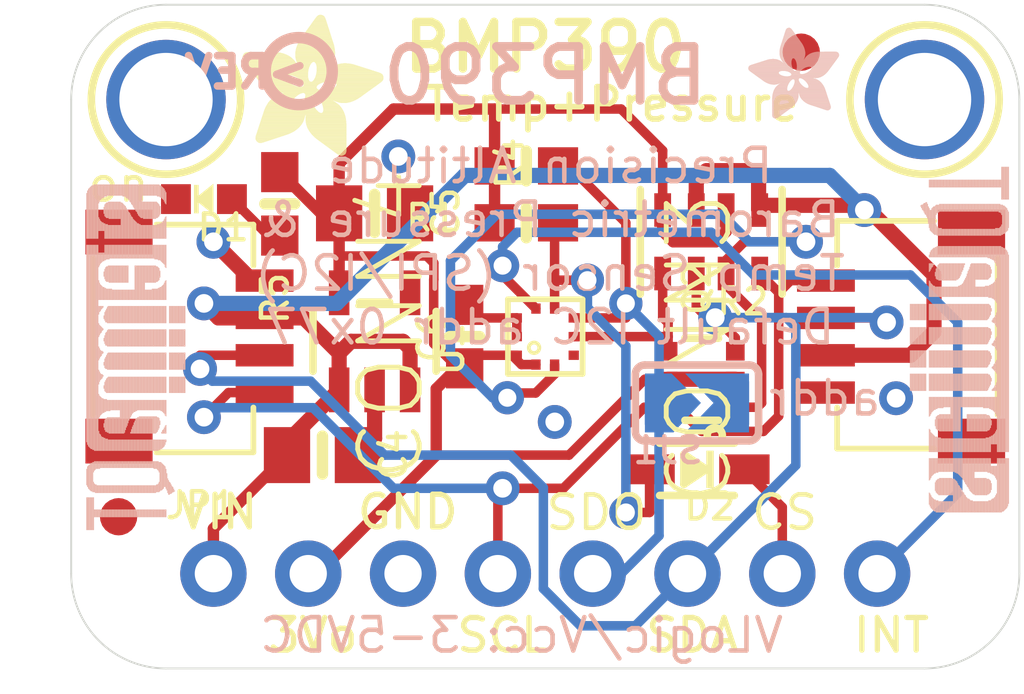
<source format=kicad_pcb>
(kicad_pcb (version 20211014) (generator pcbnew)
  (layers (0 "F.Cu" signal) (31 "B.Cu" signal) (34 "B.Paste" user) (35 "F.Paste" user) (36 "B.SilkS" user "B.Silkscreen") (37 "F.SilkS" user "F.Silkscreen") (38 "B.Mask" user) (39 "F.Mask" user) (44 "Edge.Cuts" user))
  (net 0 "")
  (net 1 "GND")
  (net 2 "SDI_3V")
  (net 3 "SCK_3V")
  (net 4 "CS_3V")
  (net 5 "3.3V")
  (net 6 "SDO/ADR")
  (net 7 "SDI/SDA")
  (net 8 "SCK/SCL")
  (net 9 "CS")
  (net 10 "INT")
  (net 11 "VCC")
  (net 12 "N$1")
  (footprint "boardEagle:0603-NO" (layer "F.Cu") (at 146.3421 105.0036 90)
    (fp_text reference "C6" (at -0.762 -0.889 90) (layer "F.SilkS") (effects (font (size 0.692831 0.692831) (thickness 0.119969)) (justify left)))
    (fp_text value "0.1uF")
    (pad "1" smd rect (at -0.85 0 90) (size 1.075 1) (layers "F.Cu" "F.Paste" "F.Mask") (net 5 "3.3V"))
    (pad "2" smd rect (at 0.85 0 90) (size 1.075 1) (layers "F.Cu" "F.Paste" "F.Mask") (net 1 "GND"))
  )
  (footprint "boardEagle:SOD-323" (layer "F.Cu") (at 152.5651 108.5596 180)
    (fp_text reference "D2" (at -1.1 -1) (layer "F.SilkS") (effects (font (size 0.692831 0.692831) (thickness 0.119969)) (justify right)))
    (fp_text value "1N4148")
    (pad "A" smd rect (at 1.27 0 180) (size 1.35 0.8) (layers "F.Cu" "F.Paste" "F.Mask") (net 4 "CS_3V"))
    (pad "C" smd rect (at -1.27 0 180) (size 1.35 0.8) (layers "F.Cu" "F.Paste" "F.Mask") (net 9 "CS"))
  )
  (footprint "boardEagle:0805-NO" (layer "F.Cu") (at 143.9291 101.7016)
    (fp_text reference "C5" (at 1.905 -0.762 90) (layer "F.SilkS") (effects (font (size 0.692831 0.692831) (thickness 0.119969)) (justify right)))
    (fp_text value "10uF")
    (pad "1" smd rect (at -0.95 0) (size 1.24 1.5) (layers "F.Cu" "F.Paste" "F.Mask") (net 5 "3.3V"))
    (pad "2" smd rect (at 0.95 0) (size 1.24 1.5) (layers "F.Cu" "F.Paste" "F.Mask") (net 1 "GND"))
  )
  (footprint "boardEagle:RESPACK_4X0603" (layer "F.Cu") (at 152.9461 102.4636 180)
    (fp_text reference "R2" (at -1.6 -1.6) (layer "F.SilkS") (effects (font (size 0.692831 0.692831) (thickness 0.119969)) (justify right)))
    (fp_text value "10K")
    (pad "1" smd rect (at -1.3 0.85 180) (size 0.45 0.9) (layers "F.Cu" "F.Paste" "F.Mask") (net 11 "VCC"))
    (pad "2" smd rect (at -0.4 0.85 180) (size 0.45 0.9) (layers "F.Cu" "F.Paste" "F.Mask") (net 5 "3.3V"))
    (pad "3" smd rect (at 0.4 0.85 180) (size 0.45 0.9) (layers "F.Cu" "F.Paste" "F.Mask") (net 11 "VCC"))
    (pad "4" smd rect (at 1.3 0.85 180) (size 0.45 0.9) (layers "F.Cu" "F.Paste" "F.Mask") (net 5 "3.3V"))
    (pad "5" smd rect (at 1.3 -0.85 180) (size 0.45 0.9) (layers "F.Cu" "F.Paste" "F.Mask") (net 2 "SDI_3V"))
    (pad "6" smd rect (at 0.4 -0.85 180) (size 0.45 0.9) (layers "F.Cu" "F.Paste" "F.Mask") (net 7 "SDI/SDA"))
    (pad "7" smd rect (at -0.4 -0.85 180) (size 0.45 0.9) (layers "F.Cu" "F.Paste" "F.Mask") (net 3 "SCK_3V"))
    (pad "8" smd rect (at -1.3 -0.85 180) (size 0.45 0.9) (layers "F.Cu" "F.Paste" "F.Mask") (net 8 "SCK/SCL"))
  )
  (footprint "boardEagle:MOUNTINGHOLE_2.5_PLATED" (layer "F.Cu") (at 158.6611 98.6536)
    (fp_text reference "U$41" hide)
    (fp_text value "MOUNTINGHOLE2.5" hide)
    (pad "P$1" thru_hole circle (at 0 0) (size 3.2 3.2) (drill 2.5) (layers *.Cu *.Mask))
  )
  (footprint "boardEagle:0805-NO" (layer "F.Cu") (at 142.5321 108.1786)
    (fp_text reference "C4" (at 1.905 -0.762 90) (layer "F.SilkS") (effects (font (size 0.692831 0.692831) (thickness 0.119969)) (justify right)))
    (fp_text value "10uF")
    (pad "1" smd rect (at -0.95 0) (size 1.24 1.5) (layers "F.Cu" "F.Paste" "F.Mask") (net 11 "VCC"))
    (pad "2" smd rect (at 0.95 0) (size 1.24 1.5) (layers "F.Cu" "F.Paste" "F.Mask") (net 1 "GND"))
  )
  (footprint "boardEagle:0603-NO" (layer "F.Cu") (at 147.9931 101.9556 180)
    (fp_text reference "R1" (at 1.778 0.127) (layer "F.SilkS") (effects (font (size 0.692831 0.692831) (thickness 0.119969)) (justify right)))
    (fp_text value "10K")
    (pad "1" smd rect (at -0.85 0 180) (size 1.075 1) (layers "F.Cu" "F.Paste" "F.Mask") (net 4 "CS_3V"))
    (pad "2" smd rect (at 0.85 0 180) (size 1.075 1) (layers "F.Cu" "F.Paste" "F.Mask") (net 5 "3.3V"))
  )
  (footprint "boardEagle:0603-NO" (layer "F.Cu") (at 141.3891 101.4476 -90)
    (fp_text reference "R5" (at 1.778 0.127 90) (layer "F.SilkS") (effects (font (size 0.692831 0.692831) (thickness 0.119969)) (justify right)))
    (fp_text value "10K")
    (pad "1" smd rect (at -0.85 0 270) (size 1.075 1) (layers "F.Cu" "F.Paste" "F.Mask") (net 5 "3.3V"))
    (pad "2" smd rect (at 0.85 0 270) (size 1.075 1) (layers "F.Cu" "F.Paste" "F.Mask") (net 12 "N$1"))
  )
  (footprint "boardEagle:SOT23-5" (layer "F.Cu") (at 143.9291 105.1306)
    (fp_text reference "U1" (at 2.032 -0.562 90) (layer "F.SilkS") (effects (font (size 0.692831 0.692831) (thickness 0.119969)) (justify right)))
    (fp_text value "AP2112K-3.3")
    (pad "1" smd rect (at -0.95 1.3001) (size 0.55 1.2) (layers "F.Cu" "F.Paste" "F.Mask") (net 11 "VCC"))
    (pad "2" smd rect (at 0 1.3001) (size 0.55 1.2) (layers "F.Cu" "F.Paste" "F.Mask") (net 1 "GND"))
    (pad "3" smd rect (at 0.95 1.3001) (size 0.55 1.2) (layers "F.Cu" "F.Paste" "F.Mask") (net 11 "VCC"))
    (pad "4" smd rect (at 0.95 -1.3001) (size 0.55 1.2) (layers "F.Cu" "F.Paste" "F.Mask"))
    (pad "5" smd rect (at -0.95 -1.3001) (size 0.55 1.2) (layers "F.Cu" "F.Paste" "F.Mask") (net 5 "3.3V"))
  )
  (footprint "boardEagle:FIDUCIAL_1MM" (layer "F.Cu") (at 137.0711 109.8296)
    (fp_text reference "FID3" hide)
    (fp_text value "FIDUCIAL_1MM" hide)
    (pad "1" smd roundrect (at 0 0) (size 1 1) (layers "F.Cu" "F.Mask") (roundrect_rratio 0.5))
  )
  (footprint "boardEagle:CHIPLED_0603_NOOUTLINE" (layer "F.Cu") (at 139.3571 101.3206 90)
    (fp_text reference "D1" (at -0.762 1.27) (layer "F.SilkS") (effects (font (size 0.692831 0.692831) (thickness 0.119969)) (justify right)))
    (fp_text value "GREEN")
    (pad "A" smd rect (at 0 0.75 90) (size 0.8 0.8) (layers "F.Cu" "F.Paste" "F.Mask") (net 12 "N$1"))
    (pad "C" smd rect (at 0 -0.75 90) (size 0.8 0.8) (layers "F.Cu" "F.Paste" "F.Mask") (net 1 "GND"))
  )
  (footprint "boardEagle:JST_SH4" (layer "F.Cu") (at 158.5341 105.0036 90)
    (fp_text reference "CONN3" (at -4.6 -5.9 90) (layer "F.SilkS") (effects (font (size 1.647139 1.647139) (thickness 0.130861)) (justify left)))
    (fp_text value "STEMMA_I2C_QT" hide)
    (pad "1" smd rect (at -1.5 -2.514 180) (size 1.55 0.6) (layers "F.Cu" "F.Paste" "F.Mask") (net 1 "GND"))
    (pad "2" smd rect (at -0.5 -2.514 180) (size 1.55 0.6) (layers "F.Cu" "F.Paste" "F.Mask") (net 11 "VCC"))
    (pad "3" smd rect (at 0.5 -2.514 180) (size 1.55 0.6) (layers "F.Cu" "F.Paste" "F.Mask") (net 7 "SDI/SDA"))
    (pad "4" smd rect (at 1.5 -2.514 180) (size 1.55 0.6) (layers "F.Cu" "F.Paste" "F.Mask") (net 8 "SCK/SCL"))
    (pad "MT1" smd rect (at -2.8 1.386 180) (size 1.8 1.2) (layers "F.Cu" "F.Paste" "F.Mask") (net 1 "GND"))
    (pad "MT2" smd rect (at 2.8 1.386 180) (size 1.8 1.2) (layers "F.Cu" "F.Paste" "F.Mask") (net 1 "GND"))
  )
  (footprint "boardEagle:FIDUCIAL_1MM" (layer "F.Cu") (at 155.3591 97.3836)
    (fp_text reference "FID4" hide)
    (fp_text value "FIDUCIAL_1MM" hide)
    (pad "1" smd roundrect (at 0 0) (size 1 1) (layers "F.Cu" "F.Mask") (roundrect_rratio 0.5))
  )
  (footprint "boardEagle:0603-NO" (layer "F.Cu") (at 147.9931 100.4316 180)
    (fp_text reference "R4" (at 0.4445 0.8255 90) (layer "F.SilkS") (effects (font (size 0.692831 0.692831) (thickness 0.119969)) (justify right)))
    (fp_text value "10K")
    (pad "1" smd rect (at -0.85 0 180) (size 1.075 1) (layers "F.Cu" "F.Paste" "F.Mask") (net 6 "SDO/ADR"))
    (pad "2" smd rect (at 0.85 0 180) (size 1.075 1) (layers "F.Cu" "F.Paste" "F.Mask") (net 5 "3.3V"))
  )
  (footprint "boardEagle:ADAFRUIT_3.5MM" (layer "F.Cu") (at 140.3731 100.1776)
    (fp_text reference "U$46" hide)
    (fp_text value "" hide)
  )
  (footprint "boardEagle:1X08_ROUND_70" (layer "F.Cu") (at 148.5011 111.3536)
    (fp_text reference "JP1" (at -10.2362 -1.8288) (layer "F.SilkS") (effects (font (size 0.692831 0.692831) (thickness 0.119969)) (justify left)))
    (fp_text value "")
    (pad "1" thru_hole circle (at -8.89 0 90) (size 1.778 1.778) (drill 1) (layers *.Cu *.Mask) (net 11 "VCC"))
    (pad "2" thru_hole circle (at -6.35 0 90) (size 1.778 1.778) (drill 1) (layers *.Cu *.Mask) (net 5 "3.3V"))
    (pad "3" thru_hole circle (at -3.81 0 90) (size 1.778 1.778) (drill 1) (layers *.Cu *.Mask) (net 1 "GND"))
    (pad "4" thru_hole circle (at -1.27 0 90) (size 1.778 1.778) (drill 1) (layers *.Cu *.Mask) (net 8 "SCK/SCL"))
    (pad "5" thru_hole circle (at 1.27 0 90) (size 1.778 1.778) (drill 1) (layers *.Cu *.Mask) (net 6 "SDO/ADR"))
    (pad "6" thru_hole circle (at 3.81 0 90) (size 1.778 1.778) (drill 1) (layers *.Cu *.Mask) (net 7 "SDI/SDA"))
    (pad "7" thru_hole circle (at 6.35 0 90) (size 1.778 1.778) (drill 1) (layers *.Cu *.Mask) (net 9 "CS"))
    (pad "8" thru_hole circle (at 8.89 0 90) (size 1.778 1.778) (drill 1) (layers *.Cu *.Mask) (net 10 "INT"))
  )
  (footprint "boardEagle:JST_SH4" (layer "F.Cu") (at 138.4681 105.0036 -90)
    (fp_text reference "CONN4" (at -4.6 -5.9 90) (layer "F.SilkS") (effects (font (size 1.647139 1.647139) (thickness 0.130861)) (justify right)))
    (fp_text value "STEMMA_I2C_QT" hide)
    (pad "1" smd rect (at -1.5 -2.514) (size 1.55 0.6) (layers "F.Cu" "F.Paste" "F.Mask") (net 1 "GND"))
    (pad "2" smd rect (at -0.5 -2.514) (size 1.55 0.6) (layers "F.Cu" "F.Paste" "F.Mask") (net 11 "VCC"))
    (pad "3" smd rect (at 0.5 -2.514) (size 1.55 0.6) (layers "F.Cu" "F.Paste" "F.Mask") (net 7 "SDI/SDA"))
    (pad "4" smd rect (at 1.5 -2.514) (size 1.55 0.6) (layers "F.Cu" "F.Paste" "F.Mask") (net 8 "SCK/SCL"))
    (pad "MT1" smd rect (at -2.8 1.386) (size 1.8 1.2) (layers "F.Cu" "F.Paste" "F.Mask") (net 1 "GND"))
    (pad "MT2" smd rect (at 2.8 1.386) (size 1.8 1.2) (layers "F.Cu" "F.Paste" "F.Mask") (net 1 "GND"))
  )
  (footprint "boardEagle:MOUNTINGHOLE_2.5_PLATED" (layer "F.Cu") (at 138.3411 98.6536)
    (fp_text reference "U$40" hide)
    (fp_text value "MOUNTINGHOLE2.5" hide)
    (pad "P$1" thru_hole circle (at 0 0) (size 3.2 3.2) (drill 2.5) (layers *.Cu *.Mask))
  )
  (footprint "boardEagle:SOT363" (layer "F.Cu") (at 152.6921 106.1466 90)
    (fp_text reference "Q2" (at 1.651 -0.127 90) (layer "F.SilkS") (effects (font (size 0.692831 0.692831) (thickness 0.119969)) (justify left)))
    (fp_text value "BSS138")
    (pad "1" smd rect (at -0.75 0.9 90) (size 0.5 0.5) (layers "F.Cu" "F.Paste" "F.Mask") (net 3 "SCK_3V"))
    (pad "2" smd rect (at 0 0.9 90) (size 0.4 0.5) (layers "F.Cu" "F.Paste" "F.Mask") (net 5 "3.3V"))
    (pad "3" smd rect (at 0.75 0.9 90) (size 0.5 0.5) (layers "F.Cu" "F.Paste" "F.Mask") (net 7 "SDI/SDA"))
    (pad "4" smd rect (at 0.75 -0.9 90) (size 0.5 0.5) (layers "F.Cu" "F.Paste" "F.Mask") (net 2 "SDI_3V"))
    (pad "5" smd rect (at 0 -0.9 90) (size 0.4 0.5) (layers "F.Cu" "F.Paste" "F.Mask") (net 5 "3.3V"))
    (pad "6" smd rect (at -0.75 -0.9 90) (size 0.5 0.5) (layers "F.Cu" "F.Paste" "F.Mask") (net 8 "SCK/SCL"))
  )
  (footprint "boardEagle:BMP388" (layer "F.Cu") (at 148.5011 105.0036 180)
    (fp_text reference "IC1" hide)
    (fp_text value "BMP388" hide)
    (pad "1" smd rect (at 0.25 -0.75) (size 0.25 0.275) (layers "F.Cu" "F.Paste" "F.Mask") (net 5 "3.3V"))
    (pad "2" smd rect (at -0.25 -0.75) (size 0.25 0.275) (layers "F.Cu" "F.Paste" "F.Mask") (net 3 "SCK_3V"))
    (pad "3" smd rect (at -0.7625 -0.5 270) (size 0.25 0.275) (layers "F.Cu" "F.Paste" "F.Mask") (net 1 "GND"))
    (pad "4" smd rect (at -0.7625 0 270) (size 0.25 0.275) (layers "F.Cu" "F.Paste" "F.Mask") (net 2 "SDI_3V"))
    (pad "5" smd rect (at -0.7625 0.5 270) (size 0.25 0.275) (layers "F.Cu" "F.Paste" "F.Mask") (net 6 "SDO/ADR"))
    (pad "6" smd rect (at -0.25 0.75) (size 0.25 0.275) (layers "F.Cu" "F.Paste" "F.Mask") (net 4 "CS_3V"))
    (pad "7" smd rect (at 0.25 0.75) (size 0.25 0.275) (layers "F.Cu" "F.Paste" "F.Mask") (net 10 "INT"))
    (pad "8" smd rect (at 0.7625 0.5 270) (size 0.25 0.275) (layers "F.Cu" "F.Paste" "F.Mask") (net 1 "GND"))
    (pad "9" smd rect (at 0.7625 0 270) (size 0.25 0.275) (layers "F.Cu" "F.Paste" "F.Mask") (net 1 "GND"))
    (pad "10" smd rect (at 0.7625 -0.5 270) (size 0.25 0.275) (layers "F.Cu" "F.Paste" "F.Mask") (net 5 "3.3V"))
  )
  (footprint "boardEagle:PCBFEAT-REV-040" (layer "B.Cu") (at 141.8971 97.8916 180)
    (fp_text reference "U$47" hide)
    (fp_text value "" hide)
    (fp_text user ">REV" (at -0.3556 -0.508) (layer "B.SilkS") (effects (font (size 0.8128 0.8128) (thickness 0.2032)) (justify left bottom mirror)))
  )
  (footprint "boardEagle:STEMMAQT" (layer "B.Cu") (at 158.2801 109.7026 90)
    (fp_text reference "U$48" hide)
    (fp_text value "" hide)
  )
  (footprint "boardEagle:ADAFRUIT_2.5MM" (layer "B.Cu") (at 156.3751 99.1616 180)
    (fp_text reference "U$2" hide)
    (fp_text value "" hide)
  )
  (footprint "boardEagle:STEMMAQT" (layer "B.Cu") (at 138.8491 100.9396 -90)
    (fp_text reference "U$49" hide)
    (fp_text value "" hide)
  )
  (footprint "boardEagle:SOLDERJUMPER_ARROW_NOPASTE" (layer "B.Cu") (at 152.5651 106.7816)
    (fp_text reference "SJ1" (at -1.778 1.27) (layer "B.SilkS") (effects (font (size 0.692831 0.692831) (thickness 0.119969)) (justify right mirror)))
    (fp_text value "")
    (fp_poly (pts (xy 0.106121 -0.002663) (xy -0.679416 -0.7882) (xy -1.3946 -0.7882) (xy -1.3946 0.7882) (xy -0.62715 0.7882)) (layer "B.Cu") (width 0) (fill solid))
    (fp_poly (pts (xy 1.3946 -0.7882) (xy -0.315893 -0.7882) (xy 0.443148 0) (xy -0.315893 0.7882) (xy 1.3946 0.7882)) (layer "B.Cu") (width 0) (fill solid))
    (pad "1" smd roundrect (at -1.016 0) (size 0.762 1.524) (layers "B.Cu") (net 6 "SDO/ADR"))
    (pad "2" smd roundrect (at 1.016 0) (size 0.762 1.524) (layers "B.Cu") (net 1 "GND"))
  )
  (gr_line (start 135.8011 98.6536) (end 135.8011 111.3536) (layer "Edge.Cuts") (width 0.05))
  (gr_line (start 161.2011 111.3536) (end 161.2011 98.6536) (layer "Edge.Cuts") (width 0.05))
  (gr_arc (start 158.6611 96.1136) (mid 160.457151 96.857549) (end 161.2011 98.6536) (layer "Edge.Cuts") (width 0.05))
  (gr_arc (start 135.8011 98.6536) (mid 136.545049 96.857549) (end 138.3411 96.1136) (layer "Edge.Cuts") (width 0.05))
  (gr_line (start 158.6611 96.1136) (end 138.3411 96.1136) (layer "Edge.Cuts") (width 0.05))
  (gr_arc (start 138.3411 113.8936) (mid 136.545049 113.149651) (end 135.8011 111.3536) (layer "Edge.Cuts") (width 0.05))
  (gr_arc (start 161.2011 111.3536) (mid 160.457151 113.149651) (end 158.6611 113.8936) (layer "Edge.Cuts") (width 0.05))
  (gr_line (start 138.3411 113.8936) (end 158.6611 113.8936) (layer "Edge.Cuts") (width 0.05))
  (gr_text "VLogic/Vcc: 3-5VDC" (at 147.8661 113.0046) (layer "B.SilkS") (effects (font (size 0.89408 0.89408) (thickness 0.12192)) (justify mirror)))
  (gr_text "Precision Altitude\nBarometric Pressure &\nTemp Sensor (SPI/I2C)\nDefault I2C addr 0x77" (at 148.6281 102.5906) (layer "B.SilkS") (effects (font (size 0.89408 0.89408) (thickness 0.12192)) (justify mirror)))
  (gr_text "BMP390" (at 148.5011 98.0186) (layer "B.SilkS") (effects (font (size 1.441704 1.441704) (thickness 0.234696)) (justify mirror)))
  (gr_text "addr" (at 155.9941 106.6546) (layer "B.SilkS") (effects (font (size 0.89408 0.89408) (thickness 0.12192)) (justify mirror)))
  (gr_text "SDO" (at 151.2951 109.1946) (layer "F.SilkS") (effects (font (size 0.89408 0.89408) (thickness 0.12192)) (justify right top)))
  (gr_text "BMP390" (at 148.5011 97.2566) (layer "F.SilkS") (effects (font (size 1.25222 1.25222) (thickness 0.22098))))
  (gr_text "GND" (at 144.8181 109.7026) (layer "F.SilkS") (effects (font (size 0.87376 0.87376) (thickness 0.14224))))
  (gr_text "VIN" (at 139.7381 109.7026) (layer "F.SilkS") (effects (font (size 0.87376 0.87376) (thickness 0.14224))))
  (gr_text "on" (at 136.1821 101.4476) (layer "F.SilkS") (effects (font (size 0.89408 0.89408) (thickness 0.12192)) (justify left bottom)))
  (gr_text "SDA" (at 152.4381 113.0046) (layer "F.SilkS") (effects (font (size 0.87376 0.87376) (thickness 0.14224))))
  (gr_text "3Vo" (at 142.2781 113.0046) (layer "F.SilkS") (effects (font (size 0.87376 0.87376) (thickness 0.14224))))
  (gr_text "Temp+Pressure" (at 150.2791 98.7806) (layer "F.SilkS") (effects (font (size 0.8636 0.8636) (thickness 0.1524))))
  (gr_text "INT" (at 157.7721 113.0046) (layer "F.SilkS") (effects (font (size 0.87376 0.87376) (thickness 0.14224))))
  (gr_text "SCL" (at 147.3581 113.0046) (layer "F.SilkS") (effects (font (size 0.87376 0.87376) (thickness 0.14224))))
  (gr_text "CS" (at 155.8671 109.1946) (layer "F.SilkS") (effects (font (size 0.89408 0.89408) (thickness 0.12192)) (justify right top)))
  (segment (start 143.9291 106.4307) (end 143.9291 107.7316) (width 0.4064) (layer "F.Cu") (net 1))
  (segment (start 140.6511 103.5036) (end 139.6111 102.4636) (width 0.4064) (layer "F.Cu") (net 1))
  (segment (start 147.7386 104.5036) (end 146.6921 104.5036) (width 0.254) (layer "F.Cu") (net 1))
  (segment (start 147.7386 104.5036) (end 147.7386 105.0036) (width 0.254) (layer "F.Cu") (net 1))
  (segment (start 140.9821 103.5036) (end 140.6511 103.5036) (width 0.4064) (layer "F.Cu") (net 1))
  (segment (start 143.4821 108.1786) (end 143.9291 107.7316) (width 0.4064) (layer "F.Cu") (net 1))
  (segment (start 146.6921 104.5036) (end 146.3421 104.1536) (width 0.254) (layer "F.Cu") (net 1))
  (via (at 157.8991 106.6546) (size 0.9064) (drill 0.5) (layers "F.Cu" "B.Cu") (net 1))
  (via (at 139.6111 102.4636) (size 0.9064) (drill 0.5) (layers "F.Cu" "B.Cu") (net 1))
  (via (at 144.5641 100.1776) (size 0.9064) (drill 0.5) (layers "F.Cu" "B.Cu") (net 1))
  (via (at 148.7551 107.2896) (size 0.9064) (drill 0.5) (layers "F.Cu" "B.Cu") (net 1))
  (segment (start 149.2636 105.0036) (end 151.7921 105.0036) (width 0.254) (layer "F.Cu") (net 2))
  (segment (start 151.7921 105.0036) (end 151.7921 104.6346) (width 0.254) (layer "F.Cu") (net 2))
  (segment (start 151.7921 105.3966) (end 151.7921 105.0036) (width 0.254) (layer "F.Cu") (net 2))
  (segment (start 151.6461 104.4886) (end 151.6461 103.3136) (width 0.254) (layer "F.Cu") (net 2))
  (segment (start 151.7921 104.6346) (end 151.6461 104.4886) (width 0.254) (layer "F.Cu") (net 2))
  (segment (start 147.6121 106.5149) (end 147.4851 106.6419) (width 0.254) (layer "F.Cu") (net 3))
  (segment (start 148.7511 105.7536) (end 148.7511 106.0076) (width 0.254) (layer "F.Cu") (net 3))
  (segment (start 154.2969 106.7816) (end 154.1819 106.8966) (width 0.254) (layer "F.Cu") (net 3))
  (segment (start 153.3461 103.6256) (end 154.2969 104.5764) (width 0.254) (layer "F.Cu") (net 3))
  (segment (start 148.2438 106.5149) (end 147.6121 106.5149) (width 0.254) (layer "F.Cu") (net 3))
  (segment (start 153.3461 103.3136) (end 153.3461 103.6256) (width 0.254) (layer "F.Cu") (net 3))
  (segment (start 154.2969 104.5764) (end 154.2969 106.7816) (width 0.254) (layer "F.Cu") (net 3))
  (segment (start 153.5921 106.8966) (end 154.1819 106.8966) (width 0.254) (layer "F.Cu") (net 3))
  (segment (start 153.3461 102.9526) (end 153.8351 102.4636) (width 0.254) (layer "F.Cu") (net 3))
  (segment (start 153.3461 103.3136) (end 153.3461 102.9526) (width 0.254) (layer "F.Cu") (net 3))
  (segment (start 148.7511 106.0076) (end 148.2438 106.5149) (width 0.254) (layer "F.Cu") (net 3))
  (segment (start 153.8351 102.4636) (end 155.4861 102.4636) (width 0.254) (layer "F.Cu") (net 3))
  (via (at 147.4851 106.6419) (size 0.889) (drill 0.4826) (layers "F.Cu" "B.Cu") (net 3))
  (via (at 155.4861 102.4636) (size 0.9064) (drill 0.5) (layers "F.Cu" "B.Cu") (net 3))
  (segment (start 147.4851 106.6419) (end 147.0914 106.6419) (width 0.254) (layer "B.Cu") (net 3))
  (segment (start 153.9621 102.4636) (end 155.4861 102.4636) (width 0.254) (layer "B.Cu") (net 3))
  (segment (start 153.9621 102.4636) (end 153.2255 101.727) (width 0.254) (layer "B.Cu") (net 3))
  (segment (start 145.9611 105.5116) (end 145.9611 102.9716) (width 0.254) (layer "B.Cu") (net 3))
  (segment (start 147.0914 106.6419) (end 145.9611 105.5116) (width 0.254) (layer "B.Cu") (net 3))
  (segment (start 147.2057 101.727) (end 153.2255 101.727) (width 0.254) (layer "B.Cu") (net 3))
  (segment (start 145.9611 102.9716) (end 147.2057 101.727) (width 0.254) (layer "B.Cu") (net 3))
  (segment (start 151.2951 108.5596) (end 151.2951 109.7153) (width 0.254) (layer "F.Cu") (net 4))
  (segment (start 150.6601 109.7153) (end 151.2951 109.7153) (width 0.254) (layer "F.Cu") (net 4))
  (segment (start 148.7424 103.4923) (end 149.6314 103.4923) (width 0.254) (layer "F.Cu") (net 4))
  (segment (start 148.7511 103.501) (end 148.7424 103.4923) (width 0.254) (layer "F.Cu") (net 4))
  (segment (start 148.7511 103.4836) (end 148.7424 103.4923) (width 0.254) (layer "F.Cu") (net 4))
  (segment (start 148.7511 102.0476) (end 148.7511 103.4836) (width 0.254) (layer "F.Cu") (net 4))
  (segment (start 148.8431 101.9556) (end 148.7511 102.0476) (width 0.254) (layer "F.Cu") (net 4))
  (segment (start 148.7511 104.2536) (end 148.7511 103.501) (width 0.254) (layer "F.Cu") (net 4))
  (via (at 149.6314 103.4923) (size 0.889) (drill 0.4826) (layers "F.Cu" "B.Cu") (net 4))
  (via (at 150.6601 109.7153) (size 0.889) (drill 0.4826) (layers "F.Cu" "B.Cu") (net 4))
  (segment (start 150.6601 105.2576) (end 150.6601 109.7153) (width 0.254) (layer "B.Cu") (net 4))
  (segment (start 149.6314 103.4923) (end 149.6314 104.2289) (width 0.254) (layer "B.Cu") (net 4))
  (segment (start 149.6314 104.2289) (end 150.6601 105.2576) (width 0.254) (layer "B.Cu") (net 4))
  (segment (start 145.5119 105.1894) (end 145.5119 103.479325) (width 0.254) (layer "F.Cu") (net 5))
  (segment (start 145.5166 103.0351) (end 145.3261 102.8446) (width 0.254) (layer "F.Cu") (net 5))
  (segment (start 142.9791 101.7016) (end 142.9791 100.3656) (width 0.3048) (layer "F.Cu") (net 5))
  (segment (start 151.6461 102.1796) (end 151.6461 101.6136) (width 0.3048) (layer "F.Cu") (net 5))
  (segment (start 142.4931 101.7016) (end 142.9791 101.7016) (width 0.3048) (layer "F.Cu") (net 5))
  (segment (start 146.3421 105.8536) (end 146.1271 105.8536) (width 0.3048) (layer "F.Cu") (net 5))
  (segment (start 142.9791 100.3656) (end 144.4371 98.9076) (width 0.3048) (layer "F.Cu") (net 5))
  (segment (start 151.7921 106.1466) (end 153.5921 106.1466) (width 0.4064) (layer "F.Cu") (net 5))
  (segment (start 151.7921 106.1466) (end 151.1681 106.1466) (width 0.254) (layer "F.Cu") (net 5))
  (segment (start 147.1431 98.9076) (end 147.1431 100.4316) (width 0.3048) (layer "F.Cu") (net 5))
  (segment (start 144.4371 98.9076) (end 147.1431 98.9076) (width 0.3048) (layer "F.Cu") (net 5))
  (segment (start 142.9791 102.8446) (end 145.3261 102.8446) (width 0.254) (layer "F.Cu") (net 5))
  (segment (start 151.6461 101.6136) (end 151.6461 100.0206) (width 0.254) (layer "F.Cu") (net 5))
  (segment (start 146.3421 105.8536) (end 146.1761 105.8536) (width 0.254) (layer "F.Cu") (net 5))
  (segment (start 153.3461 102.1906) (end 153.0731 102.4636) (width 0.3048) (layer "F.Cu") (net 5))
  (segment (start 146.1761 105.8536) (end 145.5119 105.1894) (width 0.254) (layer "F.Cu") (net 5))
  (segment (start 153.3461 101.6136) (end 153.3461 102.1906) (width 0.3048) (layer "F.Cu") (net 5))
  (segment (start 151.9301 102.4636) (end 151.6461 102.1796) (width 0.3048) (layer "F.Cu") (net 5))
  (segment (start 153.0731 102.4636) (end 151.9301 102.4636) (width 0.3048) (layer "F.Cu") (net 5))
  (segment (start 149.1361 108.1786) (end 145.5801 108.1786) (width 0.254) (layer "F.Cu") (net 5))
  (segment (start 147.1431 100.4316) (end 147.1431 101.9556) (width 0.3048) (layer "F.Cu") (net 5))
  (segment (start 145.5166 103.474625) (end 145.5166 103.0351) (width 0.254) (layer "F.Cu") (net 5))
  (segment (start 146.6921 105.5036) (end 146.3421 105.8536) (width 0.254) (layer "F.Cu") (net 5))
  (segment (start 146.1271 105.8536) (end 145.5801 106.4006) (width 0.3048) (layer "F.Cu") (net 5))
  (segment (start 142.9791 101.7016) (end 142.9791 102.8446) (width 0.3048) (layer "F.Cu") (net 5))
  (segment (start 151.6461 100.0206) (end 150.5331 98.9076) (width 0.254) (layer "F.Cu") (net 5))
  (segment (start 142.9791 102.8446) (end 142.9791 103.8305) (width 0.3048) (layer "F.Cu") (net 5))
  (segment (start 145.5801 106.4006) (end 145.5801 108.1786) (width 0.3048) (layer "F.Cu") (net 5))
  (segment (start 141.3891 100.5976) (end 142.4931 101.7016) (width 0.3048) (layer "F.Cu") (net 5))
  (segment (start 150.5331 98.9076) (end 147.1431 98.9076) (width 0.254) (layer "F.Cu") (net 5))
  (segment (start 147.7386 105.5036) (end 147.6121 105.5036) (width 0.254) (layer "F.Cu") (net 5))
  (segment (start 147.6121 105.5036) (end 146.6921 105.5036) (width 0.254) (layer "F.Cu") (net 5))
  (segment (start 151.1681 106.1466) (end 149.1361 108.1786) (width 0.254) (layer "F.Cu") (net 5))
  (segment (start 147.8621 105.7536) (end 147.6121 105.5036) (width 0.254) (layer "F.Cu") (net 5))
  (segment (start 145.5119 103.479325) (end 145.5166 103.474625) (width 0.254) (layer "F.Cu") (net 5))
  (segment (start 145.5801 108.1786) (end 142.4051 111.3536) (width 0.3048) (layer "F.Cu") (net 5))
  (segment (start 148.2511 105.7536) (end 147.8621 105.7536) (width 0.254) (layer "F.Cu") (net 5))
  (segment (start 142.1511 111.3536) (end 142.4051 111.3536) (width 0.3048) (layer "F.Cu") (net 5))
  (segment (start 150.6601 104.1146) (end 150.6601 101.9556) (width 0.254) (layer "F.Cu") (net 6))
  (segment (start 149.1361 100.4316) (end 148.8431 100.4316) (width 0.254) (layer "F.Cu") (net 6))
  (segment (start 149.2636 104.5036) (end 150.6601 104.5036) (width 0.254) (layer "F.Cu") (net 6))
  (segment (start 150.6601 101.9556) (end 149.1361 100.4316) (width 0.254) (layer "F.Cu") (net 6))
  (segment (start 150.6601 104.5036) (end 150.6601 104.1146) (width 0.254) (layer "F.Cu") (net 6))
  (via (at 150.6601 104.1146) (size 0.889) (drill 0.4826) (layers "F.Cu" "B.Cu") (net 6))
  (segment (start 151.5491 105.0036) (end 151.5491 106.7816) (width 0.254) (layer "B.Cu") (net 6))
  (segment (start 151.5491 110.3376) (end 150.5331 111.3536) (width 0.254) (layer "B.Cu") (net 6))
  (segment (start 150.6601 104.1146) (end 151.5491 105.0036) (width 0.254) (layer "B.Cu") (net 6))
  (segment (start 150.5331 111.3536) (end 149.7711 111.3536) (width 0.254) (layer "B.Cu") (net 6))
  (segment (start 151.5491 106.7816) (end 151.5491 107.2896) (width 0.2032) (layer "B.Cu") (net 6))
  (segment (start 151.5491 107.2896) (end 151.5491 110.3376) (width 0.254) (layer "B.Cu") (net 6))
  (segment (start 153.5921 105.0336) (end 153.0541 104.4956) (width 0.254) (layer "F.Cu") (net 7))
  (segment (start 139.252706 105.5036) (end 139.252706 105.869994) (width 0.254) (layer "F.Cu") (net 7))
  (segment (start 153.5921 105.3966) (end 153.5921 105.0336) (width 0.254) (layer "F.Cu") (net 7))
  (segment (start 157.5261 104.5036) (end 157.6451 104.6226) (width 0.254) (layer "F.Cu") (net 7))
  (segment (start 152.5461 104.2026) (end 152.8391 104.4956) (width 0.254) (layer "F.Cu") (net 7))
  (segment (start 152.5461 103.3136) (end 152.5461 104.2026) (width 0.254) (layer "F.Cu") (net 7))
  (segment (start 152.8391 104.4956) (end 153.0541 104.4956) (width 0.254) (layer "F.Cu") (net 7))
  (segment (start 156.0201 104.5036) (end 157.5261 104.5036) (width 0.254) (layer "F.Cu") (net 7))
  (segment (start 140.9821 105.5036) (end 139.252706 105.5036) (width 0.254) (layer "F.Cu") (net 7))
  (via (at 139.252706 105.869994) (size 0.9064) (drill 0.5) (layers "F.Cu" "B.Cu") (net 7))
  (via (at 153.0541 104.4956) (size 0.9064) (drill 0.5) (layers "F.Cu" "B.Cu") (net 7))
  (via (at 157.6451 104.6226) (size 0.9064) (drill 0.5) (layers "F.Cu" "B.Cu") (net 7))
  (segment (start 144.194681 108.1786) (end 147.577 108.1786) (width 0.254) (layer "B.Cu") (net 7))
  (segment (start 150.9141 112.7506) (end 152.3111 111.3536) (width 0.254) (layer "B.Cu") (net 7))
  (segment (start 147.577 108.1786) (end 148.4503 109.0519) (width 0.254) (layer "B.Cu") (net 7))
  (segment (start 149.443887 112.7506) (end 150.9141 112.7506) (width 0.254) (layer "B.Cu") (net 7))
  (segment (start 155.2131 104.7496) (end 154.9591 104.4956) (width 0.254) (layer "B.Cu") (net 7))
  (segment (start 139.580112 106.1974) (end 142.213481 106.1974) (width 0.254) (layer "B.Cu") (net 7))
  (segment (start 155.2131 108.4516) (end 152.3111 111.3536) (width 0.254) (layer "B.Cu") (net 7))
  (segment (start 153.0541 104.4956) (end 154.9591 104.4956) (width 0.254) (layer "B.Cu") (net 7))
  (segment (start 157.6451 104.6226) (end 157.5181 104.4956) (width 0.254) (layer "B.Cu") (net 7))
  (segment (start 155.2131 104.7496) (end 155.2131 108.4516) (width 0.254) (layer "B.Cu") (net 7))
  (segment (start 148.4503 111.757013) (end 149.443887 112.7506) (width 0.254) (layer "B.Cu") (net 7))
  (segment (start 148.4503 109.0519) (end 148.4503 111.757013) (width 0.254) (layer "B.Cu") (net 7))
  (segment (start 157.5181 104.4956) (end 153.0541 104.4956) (width 0.254) (layer "B.Cu") (net 7))
  (segment (start 142.213481 106.1974) (end 144.194681 108.1786) (width 0.254) (layer "B.Cu") (net 7))
  (segment (start 139.252706 105.869994) (end 139.580112 106.1974) (width 0.254) (layer "B.Cu") (net 7))
  (segment (start 154.2461 103.3136) (end 154.7541 103.8216) (width 0.254) (layer "F.Cu") (net 8))
  (segment (start 154.3431 107.5436) (end 152.6921 107.5436) (width 0.254) (layer "F.Cu") (net 8))
  (segment (start 156.0201 103.5036) (end 155.0721 103.5036) (width 0.254) (layer "F.Cu") (net 8))
  (segment (start 151.1571 106.8966) (end 148.9861 109.0676) (width 0.254) (layer "F.Cu") (net 8))
  (segment (start 151.7921 106.8966) (end 152.0451 106.8966) (width 0.254) (layer "F.Cu") (net 8))
  (segment (start 147.3581 109.0676) (end 147.2311 109.1946) (width 0.254) (layer "F.Cu") (net 8))
  (segment (start 140.0161 106.5036) (end 139.3571 107.1626) (width 0.254) (layer "F.Cu") (net 8))
  (segment (start 140.9821 106.5036) (end 140.0161 106.5036) (width 0.254) (layer "F.Cu") (net 8))
  (segment (start 154.7541 103.8216) (end 154.7541 107.1326) (width 0.254) (layer "F.Cu") (net 8))
  (segment (start 154.7541 107.1326) (end 154.3431 107.5436) (width 0.254) (layer "F.Cu") (net 8))
  (segment (start 152.6921 107.5436) (end 152.0451 106.8966) (width 0.254) (layer "F.Cu") (net 8))
  (segment (start 148.9861 109.0676) (end 147.3581 109.0676) (width 0.254) (layer "F.Cu") (net 8))
  (segment (start 151.7921 106.8966) (end 151.1571 106.8966) (width 0.254) (layer "F.Cu") (net 8))
  (segment (start 155.0721 103.5036) (end 154.7541 103.8216) (width 0.254) (layer "F.Cu") (net 8))
  (segment (start 147.2311 109.1946) (end 147.2311 111.3536) (width 0.254) (layer "F.Cu") (net 8))
  (via (at 139.3571 107.1626) (size 0.9064) (drill 0.5) (layers "F.Cu" "B.Cu") (net 8))
  (via (at 147.3581 109.0676) (size 0.9064) (drill 0.5) (layers "F.Cu" "B.Cu") (net 8))
  (segment (start 142.2781 106.9086) (end 139.6111 106.9086) (width 0.254) (layer "B.Cu") (net 8))
  (segment (start 144.4371 109.0676) (end 142.2781 106.9086) (width 0.254) (layer "B.Cu") (net 8))
  (segment (start 147.3581 109.0676) (end 144.4371 109.0676) (width 0.254) (layer "B.Cu") (net 8))
  (segment (start 139.3571 107.1626) (end 139.6111 106.9086) (width 0.254) (layer "B.Cu") (net 8))
  (segment (start 154.8511 109.5756) (end 154.8511 111.3536) (width 0.254) (layer "F.Cu") (net 9))
  (segment (start 153.8351 108.5596) (end 154.8511 109.5756) (width 0.254) (layer "F.Cu") (net 9))
  (segment (start 148.2511 104.2536) (end 147.3581 103.3606) (width 0.254) (layer "F.Cu") (net 10))
  (segment (start 147.3581 103.3606) (end 147.3581 103.1033) (width 0.254) (layer "F.Cu") (net 10))
  (via (at 147.3581 103.1033) (size 0.889) (drill 0.4826) (layers "F.Cu" "B.Cu") (net 10))
  (segment (start 159.5501 109.1946) (end 157.3911 111.3536) (width 0.254) (layer "B.Cu") (net 10))
  (segment (start 147.7438 102.2096) (end 152.9461 102.2096) (width 0.254) (layer "B.Cu") (net 10))
  (segment (start 152.9461 102.2096) (end 154.0891 103.3526) (width 0.254) (layer "B.Cu") (net 10))
  (segment (start 147.3581 102.5953) (end 147.3581 103.1033) (width 0.254) (layer "B.Cu") (net 10))
  (segment (start 159.5501 104.6226) (end 159.5501 109.1946) (width 0.254) (layer "B.Cu") (net 10))
  (segment (start 154.0891 103.3526) (end 158.2801 103.3526) (width 0.254) (layer "B.Cu") (net 10))
  (segment (start 158.2801 103.3526) (end 159.5501 104.6226) (width 0.254) (layer "B.Cu") (net 10))
  (segment (start 147.7438 102.2096) (end 147.3581 102.5953) (width 0.254) (layer "B.Cu") (net 10))
  (segment (start 143.2941 105.1306) (end 142.9791 105.4456) (width 0.4064) (layer "F.Cu") (net 11))
  (segment (start 142.9791 106.4307) (end 141.5821 107.8277) (width 0.4064) (layer "F.Cu") (net 11))
  (segment (start 140.9821 104.5036) (end 139.7461 104.5036) (width 0.4064) (layer "F.Cu") (net 11))
  (segment (start 152.8191 100.5586) (end 154.2161 100.5586) (width 0.4064) (layer "F.Cu") (net 11))
  (segment (start 154.2161 100.5586) (end 154.2161 101.5836) (width 0.4064) (layer "F.Cu") (net 11))
  (segment (start 140.9821 104.5036) (end 142.0371 104.5036) (width 0.4064) (layer "F.Cu") (net 11))
  (segment (start 157.0491 101.6136) (end 156.9221 101.4866) (width 0.4064) (layer "F.Cu") (net 11))
  (segment (start 142.9791 105.4456) (end 142.9791 106.4307) (width 0.4064) (layer "F.Cu") (net 11))
  (segment (start 158.2881 105.5036) (end 158.9151 104.8766) (width 0.4064) (layer "F.Cu") (net 11))
  (segment (start 144.691096 105.1306) (end 143.2941 105.1306) (width 0.4064) (layer "F.Cu") (net 11))
  (segment (start 154.2161 101.5836) (end 154.2461 101.6136) (width 0.4064) (layer "F.Cu") (net 11))
  (segment (start 158.9151 104.8766) (end 158.9151 103.3526) (width 0.4064) (layer "F.Cu") (net 11))
  (segment (start 139.7461 104.5036) (end 139.3571 104.1146) (width 0.4064) (layer "F.Cu") (net 11))
  (segment (start 152.5461 101.6136) (end 152.5461 100.8316) (width 0.4064) (layer "F.Cu") (net 11))
  (segment (start 144.8791 106.4307) (end 144.8791 105.3186) (width 0.4064) (layer "F.Cu") (net 11))
  (segment (start 152.5461 100.8316) (end 152.8191 100.5586) (width 0.4064) (layer "F.Cu") (net 11))
  (segment (start 158.9151 103.3526) (end 157.1761 101.6136) (width 0.4064) (layer "F.Cu") (net 11))
  (segment (start 156.0201 105.5036) (end 158.2881 105.5036) (width 0.4064) (layer "F.Cu") (net 11))
  (segment (start 141.5821 108.1786) (end 139.6111 110.1496) (width 0.3048) (layer "F.Cu") (net 11))
  (segment (start 154.2461 101.6136) (end 154.3731 101.4866) (width 0.4064) (layer "F.Cu") (net 11))
  (segment (start 141.5821 107.8277) (end 141.5821 108.1786) (width 0.4064) (layer "F.Cu") (net 11))
  (segment (start 157.1761 101.6136) (end 157.0491 101.6136) (width 0.4064) (layer "F.Cu") (net 11))
  (segment (start 156.9221 101.4866) (end 154.3731 101.4866) (width 0.4064) (layer "F.Cu") (net 11))
  (segment (start 142.0371 104.5036) (end 142.9791 105.4456) (width 0.4064) (layer "F.Cu") (net 11))
  (segment (start 144.8791 105.3186) (end 144.691096 105.1306) (width 0.4064) (layer "F.Cu") (net 11))
  (segment (start 139.6111 110.1496) (end 139.6111 111.3536) (width 0.3048) (layer "F.Cu") (net 11))
  (via (at 139.3571 104.1146) (size 0.9064) (drill 0.5) (layers "F.Cu" "B.Cu") (net 11))
  (via (at 157.0491 101.6136) (size 0.9064) (drill 0.5) (layers "F.Cu" "B.Cu") (net 11))
  (segment (start 157.0491 101.6136) (end 156.1211 100.6856) (width 0.4064) (layer "B.Cu") (net 11))
  (segment (start 156.1211 100.6856) (end 146.3421 100.6856) (width 0.4064) (layer "B.Cu") (net 11))
  (segment (start 146.3421 100.6856) (end 142.9131 104.1146) (width 0.4064) (layer "B.Cu") (net 11))
  (segment (start 139.3571 104.1146) (end 142.9131 104.1146) (width 0.4064) (layer "B.Cu") (net 11))
  (segment (start 141.0841 102.2976) (end 141.3891 102.2976) (width 0.254) (layer "F.Cu") (net 12))
  (segment (start 140.1071 101.3206) (end 141.0841 102.2976) (width 0.254) (layer "F.Cu") (net 12))
)
</source>
